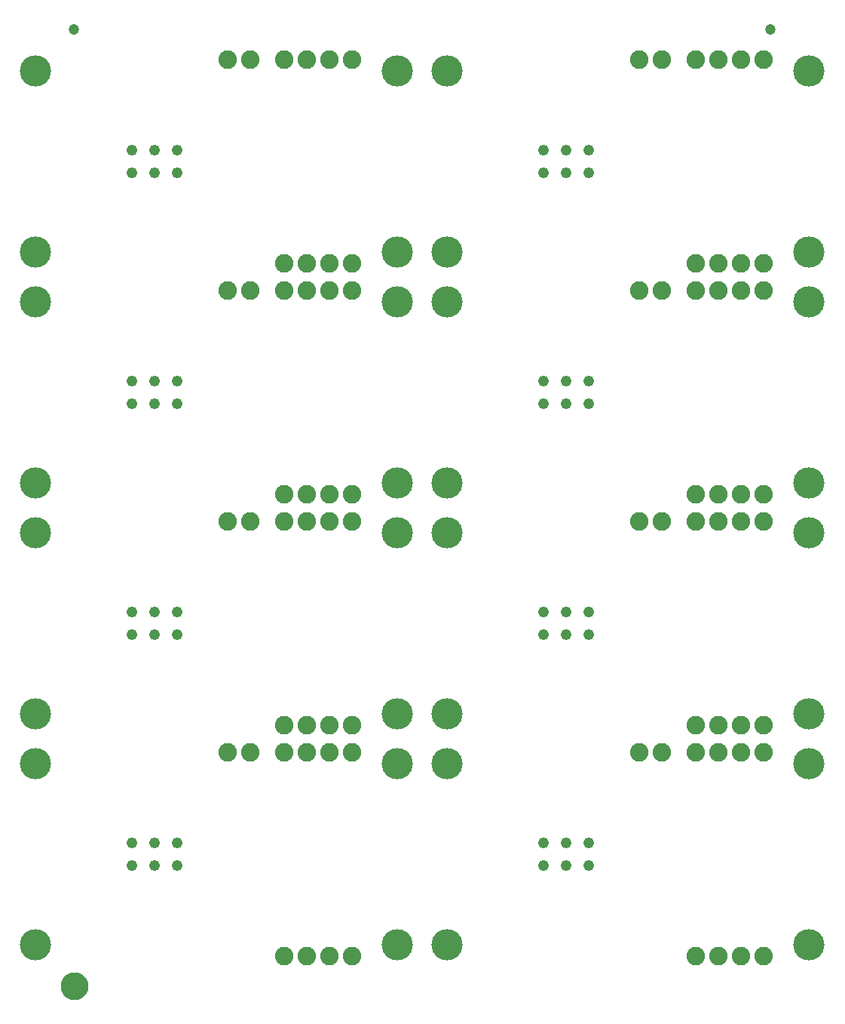
<source format=gbs>
G04 EAGLE Gerber RS-274X export*
G75*
%MOMM*%
%FSLAX34Y34*%
%LPD*%
%INSoldermask Bottom*%
%IPPOS*%
%AMOC8*
5,1,8,0,0,1.08239X$1,22.5*%
G01*
%ADD10C,1.221313*%
%ADD11C,2.082800*%
%ADD12C,3.505200*%
%ADD13C,1.203200*%
%ADD14C,1.270000*%
%ADD15C,1.703200*%


D10*
X133350Y114300D03*
X158750Y114300D03*
X184150Y114300D03*
X133350Y139700D03*
X158750Y139700D03*
X184150Y139700D03*
D11*
X381000Y12700D03*
X355600Y12700D03*
X330200Y12700D03*
X304800Y12700D03*
X381000Y241300D03*
X355600Y241300D03*
X330200Y241300D03*
X304800Y241300D03*
D12*
X25400Y228600D03*
X25400Y25400D03*
X431800Y25400D03*
X431800Y228600D03*
D11*
X266700Y241300D03*
X241300Y241300D03*
D10*
X595630Y114300D03*
X621030Y114300D03*
X646430Y114300D03*
X595630Y139700D03*
X621030Y139700D03*
X646430Y139700D03*
D11*
X843280Y12700D03*
X817880Y12700D03*
X792480Y12700D03*
X767080Y12700D03*
X843280Y241300D03*
X817880Y241300D03*
X792480Y241300D03*
X767080Y241300D03*
D12*
X487680Y228600D03*
X487680Y25400D03*
X894080Y25400D03*
X894080Y228600D03*
D11*
X728980Y241300D03*
X703580Y241300D03*
D10*
X133350Y373380D03*
X158750Y373380D03*
X184150Y373380D03*
X133350Y398780D03*
X158750Y398780D03*
X184150Y398780D03*
D11*
X381000Y271780D03*
X355600Y271780D03*
X330200Y271780D03*
X304800Y271780D03*
X381000Y500380D03*
X355600Y500380D03*
X330200Y500380D03*
X304800Y500380D03*
D12*
X25400Y487680D03*
X25400Y284480D03*
X431800Y284480D03*
X431800Y487680D03*
D11*
X266700Y500380D03*
X241300Y500380D03*
D10*
X595630Y373380D03*
X621030Y373380D03*
X646430Y373380D03*
X595630Y398780D03*
X621030Y398780D03*
X646430Y398780D03*
D11*
X843280Y271780D03*
X817880Y271780D03*
X792480Y271780D03*
X767080Y271780D03*
X843280Y500380D03*
X817880Y500380D03*
X792480Y500380D03*
X767080Y500380D03*
D12*
X487680Y487680D03*
X487680Y284480D03*
X894080Y284480D03*
X894080Y487680D03*
D11*
X728980Y500380D03*
X703580Y500380D03*
D10*
X133350Y632460D03*
X158750Y632460D03*
X184150Y632460D03*
X133350Y657860D03*
X158750Y657860D03*
X184150Y657860D03*
D11*
X381000Y530860D03*
X355600Y530860D03*
X330200Y530860D03*
X304800Y530860D03*
X381000Y759460D03*
X355600Y759460D03*
X330200Y759460D03*
X304800Y759460D03*
D12*
X25400Y746760D03*
X25400Y543560D03*
X431800Y543560D03*
X431800Y746760D03*
D11*
X266700Y759460D03*
X241300Y759460D03*
D10*
X595630Y632460D03*
X621030Y632460D03*
X646430Y632460D03*
X595630Y657860D03*
X621030Y657860D03*
X646430Y657860D03*
D11*
X843280Y530860D03*
X817880Y530860D03*
X792480Y530860D03*
X767080Y530860D03*
X843280Y759460D03*
X817880Y759460D03*
X792480Y759460D03*
X767080Y759460D03*
D12*
X487680Y746760D03*
X487680Y543560D03*
X894080Y543560D03*
X894080Y746760D03*
D11*
X728980Y759460D03*
X703580Y759460D03*
D10*
X133350Y891540D03*
X158750Y891540D03*
X184150Y891540D03*
X133350Y916940D03*
X158750Y916940D03*
X184150Y916940D03*
D11*
X381000Y789940D03*
X355600Y789940D03*
X330200Y789940D03*
X304800Y789940D03*
X381000Y1018540D03*
X355600Y1018540D03*
X330200Y1018540D03*
X304800Y1018540D03*
D12*
X25400Y1005840D03*
X25400Y802640D03*
X431800Y802640D03*
X431800Y1005840D03*
D11*
X266700Y1018540D03*
X241300Y1018540D03*
D10*
X595630Y891540D03*
X621030Y891540D03*
X646430Y891540D03*
X595630Y916940D03*
X621030Y916940D03*
X646430Y916940D03*
D11*
X843280Y789940D03*
X817880Y789940D03*
X792480Y789940D03*
X767080Y789940D03*
X843280Y1018540D03*
X817880Y1018540D03*
X792480Y1018540D03*
X767080Y1018540D03*
D12*
X487680Y1005840D03*
X487680Y802640D03*
X894080Y802640D03*
X894080Y1005840D03*
D11*
X728980Y1018540D03*
X703580Y1018540D03*
D13*
X68580Y1052195D03*
X850265Y1052195D03*
D14*
X59525Y-20955D02*
X59528Y-20733D01*
X59536Y-20511D01*
X59550Y-20289D01*
X59569Y-20067D01*
X59593Y-19847D01*
X59623Y-19626D01*
X59658Y-19407D01*
X59699Y-19188D01*
X59745Y-18971D01*
X59796Y-18755D01*
X59853Y-18540D01*
X59915Y-18326D01*
X59982Y-18115D01*
X60054Y-17904D01*
X60132Y-17696D01*
X60214Y-17490D01*
X60302Y-17286D01*
X60394Y-17083D01*
X60492Y-16884D01*
X60594Y-16687D01*
X60701Y-16492D01*
X60813Y-16300D01*
X60930Y-16111D01*
X61051Y-15924D01*
X61177Y-15741D01*
X61307Y-15561D01*
X61442Y-15384D01*
X61580Y-15211D01*
X61723Y-15041D01*
X61871Y-14874D01*
X62022Y-14711D01*
X62177Y-14552D01*
X62336Y-14397D01*
X62499Y-14246D01*
X62666Y-14098D01*
X62836Y-13955D01*
X63009Y-13817D01*
X63186Y-13682D01*
X63366Y-13552D01*
X63549Y-13426D01*
X63736Y-13305D01*
X63925Y-13188D01*
X64117Y-13076D01*
X64312Y-12969D01*
X64509Y-12867D01*
X64708Y-12769D01*
X64911Y-12677D01*
X65115Y-12589D01*
X65321Y-12507D01*
X65529Y-12429D01*
X65740Y-12357D01*
X65951Y-12290D01*
X66165Y-12228D01*
X66380Y-12171D01*
X66596Y-12120D01*
X66813Y-12074D01*
X67032Y-12033D01*
X67251Y-11998D01*
X67472Y-11968D01*
X67692Y-11944D01*
X67914Y-11925D01*
X68136Y-11911D01*
X68358Y-11903D01*
X68580Y-11900D01*
X68802Y-11903D01*
X69024Y-11911D01*
X69246Y-11925D01*
X69468Y-11944D01*
X69688Y-11968D01*
X69909Y-11998D01*
X70128Y-12033D01*
X70347Y-12074D01*
X70564Y-12120D01*
X70780Y-12171D01*
X70995Y-12228D01*
X71209Y-12290D01*
X71420Y-12357D01*
X71631Y-12429D01*
X71839Y-12507D01*
X72045Y-12589D01*
X72249Y-12677D01*
X72452Y-12769D01*
X72651Y-12867D01*
X72848Y-12969D01*
X73043Y-13076D01*
X73235Y-13188D01*
X73424Y-13305D01*
X73611Y-13426D01*
X73794Y-13552D01*
X73974Y-13682D01*
X74151Y-13817D01*
X74324Y-13955D01*
X74494Y-14098D01*
X74661Y-14246D01*
X74824Y-14397D01*
X74983Y-14552D01*
X75138Y-14711D01*
X75289Y-14874D01*
X75437Y-15041D01*
X75580Y-15211D01*
X75718Y-15384D01*
X75853Y-15561D01*
X75983Y-15741D01*
X76109Y-15924D01*
X76230Y-16111D01*
X76347Y-16300D01*
X76459Y-16492D01*
X76566Y-16687D01*
X76668Y-16884D01*
X76766Y-17083D01*
X76858Y-17286D01*
X76946Y-17490D01*
X77028Y-17696D01*
X77106Y-17904D01*
X77178Y-18115D01*
X77245Y-18326D01*
X77307Y-18540D01*
X77364Y-18755D01*
X77415Y-18971D01*
X77461Y-19188D01*
X77502Y-19407D01*
X77537Y-19626D01*
X77567Y-19847D01*
X77591Y-20067D01*
X77610Y-20289D01*
X77624Y-20511D01*
X77632Y-20733D01*
X77635Y-20955D01*
X77632Y-21177D01*
X77624Y-21399D01*
X77610Y-21621D01*
X77591Y-21843D01*
X77567Y-22063D01*
X77537Y-22284D01*
X77502Y-22503D01*
X77461Y-22722D01*
X77415Y-22939D01*
X77364Y-23155D01*
X77307Y-23370D01*
X77245Y-23584D01*
X77178Y-23795D01*
X77106Y-24006D01*
X77028Y-24214D01*
X76946Y-24420D01*
X76858Y-24624D01*
X76766Y-24827D01*
X76668Y-25026D01*
X76566Y-25223D01*
X76459Y-25418D01*
X76347Y-25610D01*
X76230Y-25799D01*
X76109Y-25986D01*
X75983Y-26169D01*
X75853Y-26349D01*
X75718Y-26526D01*
X75580Y-26699D01*
X75437Y-26869D01*
X75289Y-27036D01*
X75138Y-27199D01*
X74983Y-27358D01*
X74824Y-27513D01*
X74661Y-27664D01*
X74494Y-27812D01*
X74324Y-27955D01*
X74151Y-28093D01*
X73974Y-28228D01*
X73794Y-28358D01*
X73611Y-28484D01*
X73424Y-28605D01*
X73235Y-28722D01*
X73043Y-28834D01*
X72848Y-28941D01*
X72651Y-29043D01*
X72452Y-29141D01*
X72249Y-29233D01*
X72045Y-29321D01*
X71839Y-29403D01*
X71631Y-29481D01*
X71420Y-29553D01*
X71209Y-29620D01*
X70995Y-29682D01*
X70780Y-29739D01*
X70564Y-29790D01*
X70347Y-29836D01*
X70128Y-29877D01*
X69909Y-29912D01*
X69688Y-29942D01*
X69468Y-29966D01*
X69246Y-29985D01*
X69024Y-29999D01*
X68802Y-30007D01*
X68580Y-30010D01*
X68358Y-30007D01*
X68136Y-29999D01*
X67914Y-29985D01*
X67692Y-29966D01*
X67472Y-29942D01*
X67251Y-29912D01*
X67032Y-29877D01*
X66813Y-29836D01*
X66596Y-29790D01*
X66380Y-29739D01*
X66165Y-29682D01*
X65951Y-29620D01*
X65740Y-29553D01*
X65529Y-29481D01*
X65321Y-29403D01*
X65115Y-29321D01*
X64911Y-29233D01*
X64708Y-29141D01*
X64509Y-29043D01*
X64312Y-28941D01*
X64117Y-28834D01*
X63925Y-28722D01*
X63736Y-28605D01*
X63549Y-28484D01*
X63366Y-28358D01*
X63186Y-28228D01*
X63009Y-28093D01*
X62836Y-27955D01*
X62666Y-27812D01*
X62499Y-27664D01*
X62336Y-27513D01*
X62177Y-27358D01*
X62022Y-27199D01*
X61871Y-27036D01*
X61723Y-26869D01*
X61580Y-26699D01*
X61442Y-26526D01*
X61307Y-26349D01*
X61177Y-26169D01*
X61051Y-25986D01*
X60930Y-25799D01*
X60813Y-25610D01*
X60701Y-25418D01*
X60594Y-25223D01*
X60492Y-25026D01*
X60394Y-24827D01*
X60302Y-24624D01*
X60214Y-24420D01*
X60132Y-24214D01*
X60054Y-24006D01*
X59982Y-23795D01*
X59915Y-23584D01*
X59853Y-23370D01*
X59796Y-23155D01*
X59745Y-22939D01*
X59699Y-22722D01*
X59658Y-22503D01*
X59623Y-22284D01*
X59593Y-22063D01*
X59569Y-21843D01*
X59550Y-21621D01*
X59536Y-21399D01*
X59528Y-21177D01*
X59525Y-20955D01*
D15*
X68580Y-20955D03*
M02*

</source>
